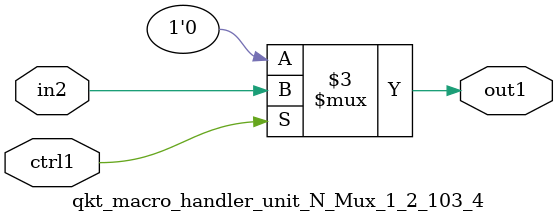
<source format=v>

`timescale 1ps / 1ps


module qkt_macro_handler_unit_N_Mux_1_2_103_4( in2, ctrl1, out1 );

    input in2;
    input ctrl1;
    output out1;
    reg out1;

    
    // rtl_process:qkt_macro_handler_unit_N_Mux_1_2_103_4/qkt_macro_handler_unit_N_Mux_1_2_103_4_thread_1
    always @*
      begin : qkt_macro_handler_unit_N_Mux_1_2_103_4_thread_1
        case (ctrl1) 
          1'b1: 
            begin
              out1 = in2;
            end
          default: 
            begin
              out1 = 1'b0;
            end
        endcase
      end

endmodule



</source>
